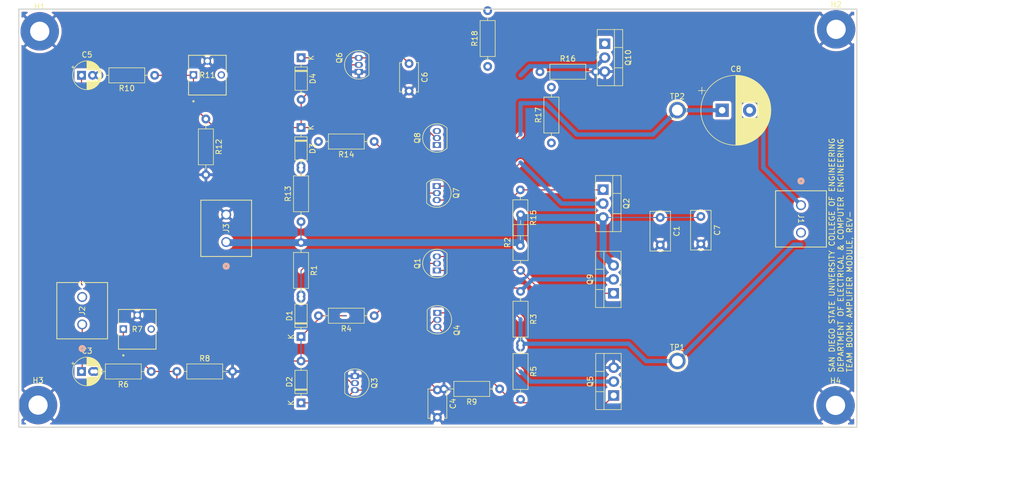
<source format=kicad_pcb>
(kicad_pcb (version 20240108) (generator "pcbnew") (generator_version "8.0")
  (title_block (title "Amplifier PCB") (date "2024-09-08") (rev "-") (company "Team BOOM"))
  (layers (0 "F.Cu" signal) (31 "B.Cu" signal) (34 "B.Paste" user) (35 "F.Paste" user) (36 "B.SilkS" user "B.Silkscreen") (37 "F.SilkS" user "F.Silkscreen") (38 "B.Mask" user) (39 "F.Mask" user) (44 "Edge.Cuts" user))
  (net 0 "")
  (net 1 "Net-(C8-Pad1)")
  (net 2 "Net-(Q10-C)")
  (net 3 "Net-(Q2-C)")
  (net 4 "GND")
  (net 5 "Net-(Q10-B)")
  (net 6 "Net-(D3-K)")
  (net 7 "/18V")
  (net 8 "Net-(D3-A)")
  (net 9 "Net-(C5-Pad2)")
  (net 10 "Net-(Q4-C)")
  (net 11 "Net-(D1-K)")
  (net 12 "Net-(C3-Pad2)")
  (net 13 "Net-(Q4-E)")
  (net 14 "Net-(D1-A)")
  (net 15 "Net-(Q1-C)")
  (net 16 "Net-(Q1-E)")
  (net 17 "Net-(Q2-B)")
  (net 18 "Net-(D4-K)")
  (net 19 "Net-(D2-K)")
  (net 20 "Net-(J2-Pin_2)")
  (net 21 "Net-(J2-Pin_1)")
  (net 22 "Net-(J1-Pin_2)")
  (net 23 "Net-(J1-Pin_1)")
  (footprint "Resistor_THT:R_Axial_DIN0207_L6.3mm_D2.5mm_P10.16mm_Horizontal" (layer "F.Cu") (at 67.26 128.665)
    (property "Reference" "R8" (at 5.08 -2.37 0) (layer "F.SilkS"))
    (property "Value" "1.3k")
    (pad "1" thru_hole circle (at 0 0) (size 1.6 1.6) (drill 0.8) (layers "*.Cu" "*.Mask") (net 11 "Net-(D1-K)"))
    (pad "2" thru_hole oval (at 10.16 0) (size 1.6 1.6) (drill 0.8) (layers "*.Cu" "*.Mask") (net 4 "GND"))
  )
  (footprint "Resistor_THT:R_Axial_DIN0207_L6.3mm_D2.5mm_P10.16mm_Horizontal" (layer "F.Cu") (at 103.2208 86.7598 180)
    (property "Reference" "R14" (at 5.08 -2.37 180) (layer "F.SilkS"))
    (property "Value" "12k")
    (pad "1" thru_hole circle (at 0 0 180) (size 1.6 1.6) (drill 0.8) (layers "*.Cu" "*.Mask") (net 1 "Net-(C8-Pad1)"))
    (pad "2" thru_hole oval (at 10.16 0 180) (size 1.6 1.6) (drill 0.8) (layers "*.Cu" "*.Mask") (net 6 "Net-(D3-K)"))
  )
  (footprint "TestPoint:TestPoint_Plated_Hole_D2.0mm" (layer "F.Cu") (at 158.4658 126.7648)
    (property "Reference" "TP1" (at 0 -2.498 0) (layer "F.SilkS"))
    (property "Value" "TestPoint")
    (pad "1" thru_hole circle (at 0 0) (size 3 3) (drill 2) (layers "*.Cu" "*.Mask") (net 22 "Net-(J1-Pin_2)"))
  )
  (footprint "Resistor_THT:R_Axial_DIN0207_L6.3mm_D2.5mm_P10.16mm_Horizontal" (layer "F.Cu") (at 72.5424 82.6516 -90)
    (property "Reference" "R12" (at 5.08 -2.37 -90) (layer "F.SilkS"))
    (property "Value" "1.3k")
    (pad "1" thru_hole circle (at 0 0 270) (size 1.6 1.6) (drill 0.8) (layers "*.Cu" "*.Mask") (net 6 "Net-(D3-K)"))
    (pad "2" thru_hole oval (at 10.16 0 270) (size 1.6 1.6) (drill 0.8) (layers "*.Cu" "*.Mask") (net 4 "GND"))
  )
  (footprint "Capacitor_THT:C_Rect_L7.0mm_W3.5mm_P5.00mm" (layer "F.Cu") (at 155.3464 100.598001 -90)
    (property "Reference" "C1" (at 2.5 -3 -90) (layer "F.SilkS"))
    (property "Value" "0.22Uf")
    (pad "1" thru_hole circle (at 0 0 270) (size 1.6 1.6) (drill 0.8) (layers "*.Cu" "*.Mask") (net 7 "/18V"))
    (pad "2" thru_hole circle (at 5 0 270) (size 1.6 1.6) (drill 0.8) (layers "*.Cu" "*.Mask") (net 4 "GND"))
  )
  (footprint "MountingHole:MountingHole_3.5mm_Pad" (layer "F.Cu") (at 42.2656 66.675)
    (property "Reference" "H1" (at 0 -4.5 0) (layer "F.SilkS"))
    (property "Value" "MountingHole_Pad")
    (pad "1" thru_hole circle (at 0 0) (size 7 7) (drill 3.5) (layers "*.Cu" "*.Mask") (net 4 "GND"))
  )
  (footprint "MountingHole:MountingHole_3.5mm_Pad" (layer "F.Cu") (at 41.9608 134.7978)
    (property "Reference" "H3" (at 0 -4.5 0) (layer "F.SilkS"))
    (property "Value" "MountingHole_Pad")
    (pad "1" thru_hole circle (at 0 0) (size 7 7) (drill 3.5) (layers "*.Cu" "*.Mask") (net 4 "GND"))
  )
  (footprint "Resistor_THT:R_Axial_DIN0207_L6.3mm_D2.5mm_P10.16mm_Horizontal" (layer "F.Cu") (at 129.85 95.575 -90)
    (property "Reference" "R15" (at 5.08 -2.37 -90) (layer "F.SilkS"))
    (property "Value" "10k")
    (pad "1" thru_hole circle (at 0 0 270) (size 1.6 1.6) (drill 0.8) (layers "*.Cu" "*.Mask") (net 17 "Net-(Q2-B)"))
    (pad "2" thru_hole oval (at 10.16 0 270) (size 1.6 1.6) (drill 0.8) (layers "*.Cu" "*.Mask") (net 7 "/18V"))
  )
  (footprint "Custom_Footprints:CONN_1935776_PXC" (layer "F.Cu") (at 76.2508 105.0798 90)
    (property "Reference" "J3" (at 2.5 0 90) (layer "F.SilkS"))
    (property "Value" "Power Input")
    (pad "1" thru_hole circle (at 0 0 90) (size 1.8034 1.8034) (drill 1.2954) (layers "*.Cu" "*.Mask") (net 7 "/18V"))
    (pad "2" thru_hole circle (at 5 0 90) (size 1.8034 1.8034) (drill 1.2954) (layers "*.Cu" "*.Mask") (net 4 "GND"))
  )
  (footprint "MountingHole:MountingHole_3.5mm_Pad" (layer "F.Cu") (at 187.2996 134.8486)
    (property "Reference" "H4" (at 0 -4.5 0) (layer "F.SilkS"))
    (property "Value" "MountingHole_Pad")
    (pad "1" thru_hole circle (at 0 0) (size 7 7) (drill 3.5) (layers "*.Cu" "*.Mask") (net 4 "GND"))
  )
  (footprint "MountingHole:MountingHole_3.5mm_Pad" (layer "F.Cu") (at 187.4012 66.3194)
    (property "Reference" "H2" (at 0 -4.5 0) (layer "F.SilkS"))
    (property "Value" "MountingHole_Pad")
    (pad "1" thru_hole circle (at 0 0) (size 7 7) (drill 3.5) (layers "*.Cu" "*.Mask") (net 4 "GND"))
  )
  (footprint "Resistor_THT:R_Axial_DIN0207_L6.3mm_D2.5mm_P10.16mm_Horizontal" (layer "F.Cu") (at 129.8908 114.0648 -90)
    (property "Reference" "R3" (at 5.08 -2.37 -90) (layer "F.SilkS"))
    (property "Value" "0.22")
    (pad "1" thru_hole circle (at 0 0 270) (size 1.6 1.6) (drill 0.8) (layers "*.Cu" "*.Mask") (net 16 "Net-(Q1-E)"))
    (pad "2" thru_hole oval (at 10.16 0 270) (size 1.6 1.6) (drill 0.8) (layers "*.Cu" "*.Mask") (net 22 "Net-(J1-Pin_2)"))
  )
  (footprint "Capacitor_THT:CP_Radial_D5.0mm_P2.00mm" (layer "F.Cu") (at 49.8808 128.6698)
    (property "Reference" "C3" (at 1 -3.75 0) (layer "F.SilkS"))
    (property "Value" "1Uf")
    (pad "1" thru_hole rect (at 0 0) (size 1.6 1.6) (drill 0.8) (layers "*.Cu" "*.Mask") (net 21 "Net-(J2-Pin_1)"))
    (pad "2" thru_hole circle (at 2 0) (size 1.6 1.6) (drill 0.8) (layers "*.Cu" "*.Mask") (net 12 "Net-(C3-Pad2)"))
  )
  (footprint "Package_TO_SOT_THT:TO-220-3_Vertical" (layer "F.Cu") (at 146.8374 114.427 90)
    (property "Reference" "Q9" (at 2.54 -4.27 90) (layer "F.SilkS"))
    (property "Value" "QD45H8G")
    (pad "1" thru_hole rect (at 0 0 90) (size 1.905 2) (drill 1.1) (layers "*.Cu" "*.Mask") (net 15 "Net-(Q1-C)"))
    (pad "2" thru_hole oval (at 2.54 0 90) (size 1.905 2) (drill 1.1) (layers "*.Cu" "*.Mask") (net 16 "Net-(Q1-E)"))
    (pad "3" thru_hole oval (at 5.08 0 90) (size 1.905 2) (drill 1.1) (layers "*.Cu" "*.Mask") (net 7 "/18V"))
  )
  (footprint "Custom_Footprints:POT_3362P" (layer "F.Cu") (at 70.2808 74.6298)
    (property "Reference" "R11" (at 2.54 0.0381 0) (layer "F.SilkS"))
    (property "Value" "R_Variable")
    (pad "1" thru_hole rect (at 0 0) (size 1.3462 1.3462) (drill 0.8382) (layers "*.Cu" "*.Mask") (net 6 "Net-(D3-K)"))
    (pad "2" thru_hole circle (at 2.54 -2.54) (size 1.3462 1.3462) (drill 0.8382) (layers "*.Cu" "*.Mask") (net 4 "GND"))
    (pad "3" thru_hole circle (at 5.08 0) (size 1.3462 1.3462) (drill 0.8382) (layers "*.Cu" "*.Mask"))
  )
  (footprint "Resistor_THT:R_Axial_DIN0207_L6.3mm_D2.5mm_P10.16mm_Horizontal" (layer "F.Cu") (at 129.8908 110.2548 90)
    (property "Reference" "R2" (at 5.08 -2.37 90) (layer "F.SilkS"))
    (property "Value" "10k")
    (pad "1" thru_hole circle (at 0 0 90) (size 1.6 1.6) (drill 0.8) (layers "*.Cu" "*.Mask") (net 15 "Net-(Q1-C)"))
    (pad "2" thru_hole oval (at 10.16 0 90) (size 1.6 1.6) (drill 0.8) (layers "*.Cu" "*.Mask") (net 7 "/18V"))
  )
  (footprint "Capacitor_THT:CP_Radial_D5.0mm_P2.00mm" (layer "F.Cu") (at 49.8808 74.6948)
    (property "Reference" "C5" (at 1 -3.75 0) (layer "F.SilkS"))
    (property "Value" "1Uf")
    (pad "1" thru_hole rect (at 0 0) (size 1.6 1.6) (drill 0.8) (layers "*.Cu" "*.Mask") (net 20 "Net-(J2-Pin_2)"))
    (pad "2" thru_hole circle (at 2 0) (size 1.6 1.6) (drill 0.8) (layers "*.Cu" "*.Mask") (net 9 "Net-(C5-Pad2)"))
  )
  (footprint "Package_TO_SOT_THT:TO-92_Inline" (layer "F.Cu") (at 100.4058 74.0598 90)
    (property "Reference" "Q6" (at 2.54 -3.535 90) (layer "F.SilkS"))
    (property "Value" "2N3904")
    (pad "1" thru_hole rect (at 0 0 90) (size 1.05 1.5) (drill 0.75) (layers "*.Cu" "*.Mask") (net 4 "GND"))
    (pad "2" thru_hole oval (at 1.27 0 90) (size 1.05 1.5) (drill 0.75) (layers "*.Cu" "*.Mask") (net 6 "Net-(D3-K)"))
    (pad "3" thru_hole oval (at 2.54 0 90) (size 1.05 1.5) (drill 0.75) (layers "*.Cu" "*.Mask") (net 18 "Net-(D4-K)"))
  )
  (footprint "Diode_THT:D_DO-35_SOD27_P7.62mm_Horizontal" (layer "F.Cu") (at 89.8858 84.2198 -90)
    (property "Reference" "D3" (at 3.81 -2.12 90) (layer "F.SilkS"))
    (property "Value" "1N4148")
    (fp_text user "K" (at 0 -1.8 90) (layer "F.SilkS"))
    (pad "1" thru_hole rect (at 0 0 270) (size 1.6 1.6) (drill 0.8) (layers "*.Cu" "*.Mask") (net 6 "Net-(D3-K)"))
    (pad "2" thru_hole oval (at 7.62 0 270) (size 1.6 1.6) (drill 0.8) (layers "*.Cu" "*.Mask") (net 8 "Net-(D3-A)"))
  )
  (footprint "Capacitor_THT:C_Disc_D5.1mm_W3.2mm_P5.00mm" (layer "F.Cu") (at 109.5708 72.5598 -90)
    (property "Reference" "C6" (at 2.5 -2.85 -90) (layer "F.SilkS"))
    (property "Value" "1nF")
    (pad "1" thru_hole circle (at 0 0 270) (size 1.6 1.6) (drill 0.8) (layers "*.Cu" "*.Mask") (net 18 "Net-(D4-K)"))
    (pad "2" thru_hole circle (at 5 0 270) (size 1.6 1.6) (drill 0.8) (layers "*.Cu" "*.Mask") (net 4 "GND"))
  )
  (footprint "Resistor_THT:R_Axial_DIN0207_L6.3mm_D2.5mm_P10.16mm_Horizontal" (layer "F.Cu") (at 63.2158 74.6948 180)
    (property "Reference" "R10" (at 5.08 -2.37 180) (layer "F.SilkS"))
    (property "Value" "4.7k")
    (pad "1" thru_hole circle (at 0 0 180) (size 1.6 1.6) (drill 0.8) (layers "*.Cu" "*.Mask") (net 6 "Net-(D3-K)"))
    (pad "2" thru_hole oval (at 10.16 0 180) (size 1.6 1.6) (drill 0.8) (layers "*.Cu" "*.Mask") (net 9 "Net-(C5-Pad2)"))
  )
  (footprint "Package_TO_SOT_THT:TO-220-3_Vertical" (layer "F.Cu") (at 146.8628 133.0452 90)
    (property "Reference" "Q5" (at 2.54 -4.27 90) (layer "F.SilkS"))
    (property "Value" "QD44H8G")
    (pad "1" thru_hole rect (at 0 0 90) (size 1.905 2) (drill 1.1) (layers "*.Cu" "*.Mask") (net 10 "Net-(Q4-C)"))
    (pad "2" thru_hole oval (at 2.54 0 90) (size 1.905 2) (drill 1.1) (layers "*.Cu" "*.Mask") (net 13 "Net-(Q4-E)"))
    (pad "3" thru_hole oval (at 5.08 0 90) (size 1.905 2) (drill 1.1) (layers "*.Cu" "*.Mask") (net 4 "GND"))
  )
  (footprint "Capacitor_THT:C_Disc_D5.1mm_W3.2mm_P5.00mm" (layer "F.Cu") (at 114.7318 132.0292 -90)
    (property "Reference" "C4" (at 2.5 -2.85 -90) (layer "F.SilkS"))
    (property "Value" "1nF")
    (pad "1" thru_hole circle (at 0 0 270) (size 1.6 1.6) (drill 0.8) (layers "*.Cu" "*.Mask") (net 19 "Net-(D2-K)"))
    (pad "2" thru_hole circle (at 5 0 270) (size 1.6 1.6) (drill 0.8) (layers "*.Cu" "*.Mask") (net 4 "GND"))
  )
  (footprint "Resistor_THT:R_Axial_DIN0207_L6.3mm_D2.5mm_P10.16mm_Horizontal" (layer "F.Cu") (at 62.5808 128.6698 180)
    (property "Reference" "R6" (at 5.08 -2.37 180) (layer "F.SilkS"))
    (property "Value" "4.7k")
    (pad "1" thru_hole circle (at 0 0 180) (size 1.6 1.6) (drill 0.8) (layers "*.Cu" "*.Mask") (net 11 "Net-(D1-K)"))
    (pad "2" thru_hole oval (at 10.16 0 180) (size 1.6 1.6) (drill 0.8) (layers "*.Cu" "*.Mask") (net 12 "Net-(C3-Pad2)"))
  )
  (footprint "Package_TO_SOT_THT:TO-220-3_Vertical" (layer "F.Cu") (at 145.2372 68.9356 -90)
    (property "Reference" "Q10" (at 2.54 -4.27 90) (layer "F.SilkS"))
    (property "Value" "QD44H8G")
    (pad "1" thru_hole rect (at 0 0 270) (size 1.905 2) (drill 1.1) (layers "*.Cu" "*.Mask") (net 5 "Net-(Q10-B)"))
    (pad "2" thru_hole oval (at 2.54 0 270) (size 1.905 2) (drill 1.1) (layers "*.Cu" "*.Mask") (net 2 "Net-(Q10-C)"))
    (pad "3" thru_hole oval (at 5.08 0 270) (size 1.905 2) (drill 1.1) (layers "*.Cu" "*.Mask") (net 4 "GND"))
  )
  (footprint "Capacitor_THT:C_Rect_L7.0mm_W3.5mm_P5.00mm" (layer "F.Cu") (at 162.7456 100.418201 -90)
    (property "Reference" "C7" (at 2.5 -3 -90) (layer "F.SilkS"))
    (property "Value" "0.22Uf")
    (pad "1" thru_hole circle (at 0 0 270) (size 1.6 1.6) (drill 0.8) (layers "*.Cu" "*.Mask") (net 7 "/18V"))
    (pad "2" thru_hole circle (at 5 0 270) (size 1.6 1.6) (drill 0.8) (layers "*.Cu" "*.Mask") (net 4 "GND"))
  )
  (footprint "Resistor_THT:R_Axial_DIN0207_L6.3mm_D2.5mm_P10.16mm_Horizontal" (layer "F.Cu") (at 133.4262 74.041)
    (property "Reference" "R16" (at 5.08 -2.37 0) (layer "F.SilkS"))
    (property "Value" "10k")
    (pad "1" thru_hole circle (at 0 0) (size 1.6 1.6) (drill 0.8) (layers "*.Cu" "*.Mask") (net 5 "Net-(Q10-B)"))
    (pad "2" thru_hole oval (at 10.16 0) (size 1.6 1.6) (drill 0.8) (layers "*.Cu" "*.Mask") (net 4 "GND"))
  )
  (footprint "Diode_THT:D_DO-35_SOD27_P7.62mm_Horizontal" (layer "F.Cu") (at 89.8858 122.3198 90)
    (property "Reference" "D1" (at 3.81 -2.12 90) (layer "F.SilkS"))
    (property "Value" "1N4148")
    (fp_text user "K" (at 0 -1.8 90) (layer "F.SilkS"))
    (pad "1" thru_hole rect (at 0 0 90) (size 1.6 1.6) (drill 0.8) (layers "*.Cu" "*.Mask") (net 11 "Net-(D1-K)"))
    (pad "2" thru_hole oval (at 7.62 0 90) (size 1.6 1.6) (drill 0.8) (layers "*.Cu" "*.Mask") (net 14 "Net-(D1-A)"))
  )
  (footprint "Resistor_THT:R_Axial_DIN0207_L6.3mm_D2.5mm_P10.16mm_Horizontal" (layer "F.Cu") (at 126.0808 131.8448 180)
    (property "Reference" "R9" (at 5.08 -2.37 180) (layer "F.SilkS"))
    (property "Value" "10k")
    (pad "1" thru_hole circle (at 0 0 180) (size 1.6 1.6) (drill 0.8) (layers "*.Cu" "*.Mask") (net 10 "Net-(Q4-C)"))
    (pad "2" thru_hole oval (at 10.16 0 180) (size 1.6 1.6) (drill 0.8) (layers "*.Cu" "*.Mask") (net 4 "GND"))
  )
  (footprint "Custom_Footprints:CONN_1935776_PXC" (layer "F.Cu") (at 181 98.365 -90)
    (property "Reference" "J1" (at 2.5 0 -90) (layer "F.SilkS"))
    (property "Value" "Speaker")
    (pad "1" thru_hole circle (at 0 0 270) (size 1.8034 1.8034) (drill 1.2954) (layers "*.Cu" "*.Mask") (net 23 "Net-(J1-Pin_1)"))
    (pad "2" thru_hole circle (at 5 0 270) (size 1.8034 1.8034) (drill 1.2954) (layers "*.Cu" "*.Mask") (net 22 "Net-(J1-Pin_2)"))
  )
  (footprint "Package_TO_SOT_THT:TO-92_Inline" (layer "F.Cu") (at 114.6508 87.3948 90)
    (property "Reference" "Q8" (at 1.27 -3.56 90) (layer "F.SilkS"))
    (property "Value" "2N3906")
    (pad "1" thru_hole rect (at 0 0 90) (size 1.05 1.5) (drill 0.75) (layers "*.Cu" "*.Mask") (net 2 "Net-(Q10-C)"))
    (pad "2" thru_hole oval (at 1.27 0 90) (size 1.05 1.5) (drill 0.75) (layers "*.Cu" "*.Mask") (net 18 "Net-(D4-K)"))
    (pad "3" thru_hole oval (at 2.54 0 90) (size 1.05 1.5) (drill 0.75) (layers "*.Cu" "*.Mask") (net 5 "Net-(Q10-B)"))
  )
  (footprint "Resistor_THT:R_Axial_DIN0207_L6.3mm_D2.5mm_P10.16mm_Horizontal" (layer "F.Cu") (at 123.9012 73.0758 90)
    (property "Reference" "R18" (at 5.08 -2.37 90) (layer "F.SilkS"))
    (property "Value" "0.22")
    (pad "1" thru_hole circle (at 0 0 90) (size 1.6 1.6) (drill 0.8) (layers "*.Cu" "*.Mask") (net 1 "Net-(C8-Pad1)"))
    (pad "2" thru_hole oval (at 10.16 0 90) (size 1.6 1.6) (drill 0.8) (layers "*.Cu" "*.Mask") (net 2 "Net-(Q10-C)"))
  )
  (footprint "Custom_Footprints:POT_3362P" (layer "F.Cu") (at 57.5 120.94)
    (property "Reference" "R7" (at 2.54 0.0381 0) (layer "F.SilkS"))
    (property "Value" "R_Variable")
    (pad "1" thru_hole rect (at 0 0) (size 1.3462 1.3462) (drill 0.8382) (layers "*.Cu" "*.Mask") (net 11 "Net-(D1-K)"))
    (pad "2" thru_hole circle (at 2.54 -2.54) (size 1.3462 1.3462) (drill 0.8382) (layers "*.Cu" "*.Mask") (net 4 "GND"))
    (pad "3" thru_hole circle (at 5.08 0) (size 1.3462 1.3462) (drill 0.8382) (layers "*.Cu" "*.Mask"))
  )
  (footprint "Package_TO_SOT_THT:TO-92_Inline" (layer "F.Cu") (at 114.6508 110.2548 90)
    (property "Reference" "Q1" (at 1.27 -3.56 90) (layer "F.SilkS"))
    (property "Value" "2N3904")
    (pad "1" thru_hole rect (at 0 0 90) (size 1.05 1.5) (drill 0.75) (layers "*.Cu" "*.Mask") (net 16 "Net-(Q1-E)"))
    (pad "2" thru_hole oval (at 1.27 0 90) (size 1.05 1.5) (drill 0.75) (layers "*.Cu" "*.Mask") (net 14 "Net-(D1-A)"))
    (pad "3" thru_hole oval (at 2.54 0 90) (size 1.05 1.5) (drill 0.75) (layers "*.Cu" "*.Mask") (net 15 "Net-(Q1-C)"))
  )
  (footprint "Resistor_THT:R_Axial_DIN0207_L6.3mm_D2.5mm_P10.16mm_Horizontal" (layer "F.Cu") (at 135.509 87.0204 90)
    (property "Reference" "R17" (at 5.08 -2.37 90) (layer "F.SilkS"))
    (property "Value" "0.22")
    (pad "1" thru_hole circle (at 0 0 90) (size 1.6 1.6) (drill 0.8) (layers "*.Cu" "*.Mask") (net 3 "Net-(Q2-C)"))
    (pad "2" thru_hole oval (at 10.16 0 90) (size 1.6 1.6) (drill 0.8) (layers "*.Cu" "*.Mask") (net 1 "Net-(C8-Pad1)"))
  )
  (footprint "TestPoint:TestPoint_Plated_Hole_D2.0mm" (layer "F.Cu") (at 158.4658 81.0448)
    (property "Reference" "TP2" (at 0 -2.498 0) (layer "F.SilkS"))
    (property "Value" "TestPoint")
    (pad "1" thru_hole circle (at 0 0) (size 3 3) (drill 2) (layers "*.Cu" "*.Mask") (net 1 "Net-(C8-Pad1)"))
  )
  (footprint "Resistor_THT:R_Axial_DIN0207_L6.3mm_D2.5mm_P10.16mm_Horizontal" (layer "F.Cu") (at 89.8858 105.1748 -90)
    (property "Reference" "R1" (at 5.08 -2.37 -90) (layer "F.SilkS"))
    (property "Value" "4.7k")
    (pad "1" thru_hole circle (at 0 0 270) (size 1.6 1.6) (drill 0.8) (layers "*.Cu" "*.Mask") (net 7 "/18V"))
    (pad "2" thru_hole oval (at 10.16 0 270) (size 1.6 1.6) (drill 0.8) (layers "*.Cu" "*.Mask") (net 14 "Net-(D1-A)"))
  )
  (footprint "Package_TO_SOT_THT:TO-92_Inline" (layer "F.Cu") (at 114.6258 94.8944 -90)
    (property "Reference" "Q7" (at 1.27 -3.56 90) (layer "F.SilkS"))
    (property "Value" "2N3904")
    (pad "1" thru_hole rect (at 0 0 270) (size 1.05 1.5) (drill 0.75) (layers "*.Cu" "*.Mask") (net 3 "Net-(Q2-C)"))
    (pad "2" thru_hole oval (at 1.27 0 270) (size 1.05 1.5) (drill 0.75) (layers "*.Cu" "*.Mask") (net 8 "Net-(D3-A)"))
    (pad "3" thru_hole oval (at 2.54 0 270) (size 1.05 1.5) (drill 0.75) (layers "*.Cu" "*.Mask") (net 17 "Net-(Q2-B)"))
  )
  (footprint "Custom_Footprints:CONN_1935776_PXC" (layer "F.Cu") (at 50.0078 120.0964 90)
    (property "Reference" "J2" (at 2.5 0 90) (layer "F.SilkS"))
    (property "Value" "Input Terminals")
    (pad "1" thru_hole circle (at 0 0 90) (size 1.8034 1.8034) (drill 1.2954) (layers "*.Cu" "*.Mask") (net 21 "Net-(J2-Pin_1)"))
    (pad "2" thru_hole circle (at 5 0 90) (size 1.8034 1.8034) (drill 1.2954) (layers "*.Cu" "*.Mask") (net 20 "Net-(J2-Pin_2)"))
  )
  (footprint "Diode_THT:D_DO-35_SOD27_P7.62mm_Horizontal" (layer "F.Cu") (at 89.9112 71.4944 -90)
    (property "Reference" "D4" (at 3.81 -2.12 90) (layer "F.SilkS"))
    (property "Value" "1N4148")
    (fp_text user "K" (at 0 -1.8 90) (layer "F.SilkS"))
    (pad "1" thru_hole rect (at 0 0 270) (size 1.6 1.6) (drill 0.8) (layers "*.Cu" "*.Mask") (net 18 "Net-(D4-K)"))
    (pad "2" thru_hole oval (at 7.62 0 270) (size 1.6 1.6) (drill 0.8) (layers "*.Cu" "*.Mask") (net 6 "Net-(D3-K)"))
  )
  (footprint "Package_TO_SOT_THT:TO-92_Inline" (layer "F.Cu") (at 99.7 129.525 -90)
    (property "Reference" "Q3" (at 1.27 -3.56 90) (layer "F.SilkS"))
    (property "Value" "2N3904")
    (pad "1" thru_hole rect (at 0 0 270) (size 1.05 1.5) (drill 0.75) (layers "*.Cu" "*.Mask") (net 4 "GND"))
    (pad "2" thru_hole oval (at 1.27 0 270) (size 1.05 1.5) (drill 0.75) (layers "*.Cu" "*.Mask") (net 11 "Net-(D1-K)"))
    (pad "3" thru_hole oval (at 2.54 0 270) (size 1.05 1.5) (drill 0.75) (layers "*.Cu" "*.Mask") (net 19 "Net-(D2-K)"))
  )
  (footprint "Capacitor_THT:CP_Radial_D12.5mm_P5.00mm" (layer "F.Cu") (at 166.626041 81.065)
    (property "Reference" "C8" (at 2.5 -7.5 0) (layer "F.SilkS"))
    (property "Value" "1000uF")
    (pad "1" thru_hole rect (at 0 0) (size 2.4 2.4) (drill 1.2) (layers "*.Cu" "*.Mask") (net 1 "Net-(C8-Pad1)"))
    (pad "2" thru_hole circle (at 5 0) (size 2.4 2.4) (drill 1.2) (layers "*.Cu" "*.Mask") (net 23 "Net-(J1-Pin_1)"))
  )
  (footprint "Package_TO_SOT_THT:TO-92_Inline" (layer "F.Cu") (at 114.7274 117.983 -90)
    (property "Reference" "Q4" (at 3.175 -3.56 90) (layer "F.SilkS"))
    (property "Value" "2N3906")
    (pad "1" thru_hole rect (at 0 0 270) (size 1.05 1.5) (drill 0.75) (layers "*.Cu" "*.Mask") (net 13 "Net-(Q4-E)"))
    (pad "2" thru_hole oval (at 1.27 0 270) (size 1.05 1.5) (drill 0.75) (layers "*.Cu" "*.Mask") (net 19 "Net-(D2-K)"))
    (pad "3" thru_hole oval (at 2.54 0 270) (size 1.05 1.5) (drill 0.75) (layers "*.Cu" "*.Mask") (net 10 "Net-(Q4-C)"))
  )
  (footprint "Resistor_THT:R_Axial_DIN0207_L6.3mm_D2.5mm_P10.16mm_Horizontal" (layer "F.Cu") (at 89.8858 101.3648 90)
    (property "Reference" "R13" (at 5.08 -2.37 90) (layer "F.SilkS"))
    (property "Value" "4.7k")
    (pad "1" thru_hole circle (at 0 0 90) (size 1.6 1.6) (drill 0.8) (layers "*.Cu" "*.Mask") (net 7 "/18V"))
    (pad "2" thru_hole oval (at 10.16 0 90) (size 1.6 1.6) (drill 0.8) (layers "*.Cu" "*.Mask") (net 8 "Net-(D3-A)"))
  )
  (footprint "Resistor_THT:R_Axial_DIN0207_L6.3mm_D2.5mm_P10.16mm_Horizontal" (layer "F.Cu") (at 129.8908 123.5898 -90)
    (property "Reference" "R5" (at 5.08 -2.37 -90) (layer "F.SilkS"))
    (property "Value" "0.22")
    (pad "1" thru_hole circle (at 0 0 270) (size 1.6 1.6) (drill 0.8) (layers "*.Cu" "*.Mask") (net 22 "Net-(J1-Pin_2)"))
    (pad "2" thru_hole oval (at 10.16 0 270) (size 1.6 1.6) (drill 0.8) (layers "*.Cu" "*.Mask") (net 13 "Net-(Q4-E)"))
  )
  (footprint "Resistor_THT:R_Axial_DIN0207_L6.3mm_D2.5mm_P10.16mm_Horizontal" (layer "F.Cu") (at 103.2208 118.5098 180)
    (property "Reference" "R4" (at 5.08 -2.37 180) (layer "F.SilkS"))
    (property "Value" "12k")
    (pad "1" thru_hole circle (at 0 0 180) (size 1.6 1.6) (drill 0.8) (layers "*.Cu" "*.Mask") (net 22 "Net-(J1-Pin_2)"))
    (pad "2" thru_hole oval (at 10.16 0 180) (size 1.6 1.6) (drill 0.8) (layers "*.Cu" "*.Mask") (net 11 "Net-(D1-K)"))
  )
  (footprint "Diode_THT:D_DO-35_SOD27_P7.62mm_Horizontal" (layer "F.Cu") (at 89.8858 134.3848 90)
    (property "Reference" "D2" (at 3.81 -2.12 90) (layer "F.SilkS"))
    (property "Value" "1N4148")
    (fp_text user "K" (at 0 -1.8 90) (layer "F.SilkS"))
    (pad "1" thru_hole rect (at 0 0 90) (size 1.6 1.6) (drill 0.8) (layers "*.Cu" "*.Mask") (net 19 "Net-(D2-K)"))
    (pad "2" thru_hole oval (at 7.62 0 90) (size 1.6 1.6) (drill 0.8) (layers "*.Cu" "*.Mask") (net 11 "Net-(D1-K)"))
  )
  (footprint "Package_TO_SOT_THT:TO-220-3_Vertical" (layer "F.Cu") (at 144.9324 95.5294 -90)
    (property "Reference" "Q2" (at 2.54 -4.27 90) (layer "F.SilkS"))
    (property "Value" "QD45H8G")
    (pad "1" thru_hole rect (at 0 0 270) (size 1.905 2) (drill 1.1) (layers "*.Cu" "*.Mask") (net 17 "Net-(Q2-B)"))
    (pad "2" thru_hole oval (at 2.54 0 270) (size 1.905 2) (drill 1.1) (layers "*.Cu" "*.Mask") (net 3 "Net-(Q2-C)"))
    (pad "3" thru_hole oval (at 5.08 0 270) (size 1.905 2) (drill 1.1) (layers "*.Cu" "*.Mask") (net 7 "/18V"))
  )
  (gr_rect (start 38.4508 62.6298) (end 191.1808 138.8298) (stroke (width 0.2)) (fill none) (layer "Edge.Cuts"))
  (gr_text "SAN DIEGO STATE UNIVERSITY COLLEGE OF ENGINEERING\nDEPARTMENT OF ELECTRICAL & COMPUTER ENGINEERING\nTEAM BOOM: AMPLIFIER MODULE, REV-" (at 190.44 128.905 90) (layer "F.SilkS") (effects (font (size 1 1)) (justify left bottom)))
  (segment (start 125.4156 89.965) (end 129.8908 85.4898) (width 0.2) (layer "F.Cu") (net 1))
  (segment (start 103.2208 86.7598) (end 106.426 89.965) (width 0.2) (layer "F.Cu") (net 1))
  (segment (start 106.426 89.965) (end 125.4156 89.965) (width 0.2) (layer "F.Cu") (net 1))
  (segment (start 158.4658 81.0448) (end 154.0208 85.4898) (width 0.762) (layer "B.Cu") (net 1))
  (segment (start 158.486 81.065) (end 158.4658 81.0448) (width 0.762) (layer "B.Cu") (net 1))
  (segment (start 129.8908 79.7748) (end 129.8908 85.4898) (width 0.762) (layer "B.Cu") (net 1))
  (segment (start 154.0208 85.4898) (end 140.1524 85.4898) (width 0.762) (layer "B.Cu") (net 1))
  (segment (start 140.1524 85.4898) (end 134.4374 79.7748) (width 0.762) (layer "B.Cu") (net 1))
  (segment (start 166.626041 81.065) (end 158.486 81.065) (width 0.762) (layer "B.Cu") (net 1))
  (segment (start 134.4374 79.7748) (end 129.8908 79.7748) (width 0.762) (layer "B.Cu") (net 1))
  (segment (start 143.6624 73.0504) (end 131.5352 73.0504) (width 0.762) (layer "B.Cu") (net 2))
  (segment (start 145.2372 71.4756) (end 143.6624 73.0504) (width 0.762) (layer "B.Cu") (net 2))
  (segment (start 131.5352 73.0504) (end 129.8908 74.6948) (width 0.762) (layer "B.Cu") (net 2))
  (segment (start 125.5662 94.8944) (end 114.6258 94.8944) (width 0.2) (layer "F.Cu") (net 3))
  (segment (start 145.4368 98.9838) (end 145.4408 98.9798) (width 0.2) (layer "F.Cu") (net 3))
  (segment (start 129.8908 90.5698) (end 125.5662 94.8944) (width 0.2) (layer "F.Cu") (net 3))
  (segment (start 137.3904 98.0694) (end 144.9324 98.0694) (width 0.762) (layer "B.Cu") (net 3))
  (segment (start 129.8908 90.5698) (end 137.3904 98.0694) (width 0.762) (layer "B.Cu") (net 3))
  (segment (start 100.4058 74.9698) (end 100.4058 74.0598) (width 0.2) (layer "B.Cu") (net 4))
  (segment (start 100.4058 74.0598) (end 100.6808 74.0598) (width 0.2) (layer "B.Cu") (net 4))
  (segment (start 100.6808 74.0598) (end 100.9108 74.2898) (width 0.2) (layer "B.Cu") (net 4))
  (segment (start 89.8858 84.2198) (end 74.1106 84.2198) (width 0.2) (layer "F.Cu") (net 6))
  (segment (start 89.8858 84.2198) (end 95.6008 84.2198) (width 0.2) (layer "F.Cu") (net 6))
  (segment (start 89.9112 84.1944) (end 89.8858 84.2198) (width 0.2) (layer "F.Cu") (net 6))
  (segment (start 74.1106 84.2198) (end 72.5424 82.6516) (width 0.2) (layer "F.Cu") (net 6))
  (segment (start 89.9112 79.1144) (end 89.9112 84.1944) (width 0.2) (layer "F.Cu") (net 6))
  (segment (start 70.2158 74.6948) (end 70.2808 74.6298) (width 0.2) (layer "F.Cu") (net 6))
  (segment (start 100.4058 72.7898) (end 96.2358 72.7898) (width 0.2) (layer "F.Cu") (net 6))
  (segment (start 96.2358 72.7898) (end 89.9112 79.1144) (width 0.2) (layer "F.Cu") (net 6))
  (segment (start 95.6008 84.2198) (end 98.1408 86.7598) (width 0.2) (layer "F.Cu") (net 6))
  (segment (start 63.2158 74.6948) (end 70.2158 74.6948) (width 0.2) (layer "F.Cu") (net 6))
  (segment (start 70.2808 74.6298) (end 70.2808 80.39) (width 0.2) (layer "F.Cu") (net 6))
  (segment (start 70.2808 80.39) (end 72.5424 82.6516) (width 0.2) (layer "F.Cu") (net 6))
  (segment (start 70.2158 74.6948) (end 70.2808 74.6298) (width 0.2) (layer "B.Cu") (net 6))
  (segment (start 129.85 105.134) (end 129.8908 105.1748) (width 0.2) (layer "F.Cu") (net 7))
  (segment (start 144.9324 107.442) (end 146.8374 109.347) (width 1.27) (layer "B.Cu") (net 7))
  (segment (start 155.3464 100.598001) (end 162.5658 100.598001) (width 0.2) (layer "B.Cu") (net 7))
  (segment (start 144.9324 100.6094) (end 144.9324 107.442) (width 1.27) (layer "B.Cu") (net 7))
  (segment (start 89.8858 101.3648) (end 89.8858 105.1748) (width 0.2) (layer "B.Cu") (net 7))
  (segment (start 129.85 105.134) (end 129.8908 105.1748) (width 0.2) (layer "B.Cu") (net 7))
  (segment (start 129.8956 100.6094) (end 129.85 100.655) (width 0.762) (layer "B.Cu") (net 7))
  (segment (start 89.8672 105.1934) (end 89.8858 105.1748) (width 0.762) (layer "B.Cu") (net 7))
  (segment (start 129.8908 105.1748) (end 129.8908 100.6958) (width 1.27) (layer "B.Cu") (net 7))
  (segment (start 144.9324 100.6094) (end 155.335001 100.6094) (width 0.2) (layer "B.Cu") (net 7))
  (segment (start 162.5658 100.598001) (end 162.7456 100.418201) (width 0.2) (layer "B.Cu") (net 7))
  (segment (start 129.8908 105.1748) (end 89.8858 105.1748) (width 1.27) (layer "B.Cu") (net 7))
  (segment (start 155.335001 100.6094) (end 155.3464 100.598001) (width 0.762) (layer "B.Cu") (net 7))
  (segment (start 144.9324 100.6094) (end 129.8956 100.6094) (width 1.27) (layer "B.Cu") (net 7))
  (segment (start 76.1698 105.1934) (end 89.8672 105.1934) (width 1.27) (layer "B.Cu") (net 7))
  (segment (start 129.8908 100.6958) (end 129.85 100.655) (width 0.2) (layer "B.Cu") (net 7))
  (segment (start 90.2462 96.1644) (end 114.6258 96.1644) (width 0.2) (layer "F.Cu") (net 8))
  (segment (start 89.8858 96.2848) (end 90.1258 96.2848) (width 0.2) (layer "F.Cu") (net 8))
  (segment (start 90.1258 96.2848) (end 90.2462 96.1644) (width 0.2) (layer "F.Cu") (net 8))
  (segment (start 89.8858 91.8398) (end 89.8858 96.2848) (width 0.2) (layer "F.Cu") (net 8))
  (segment (start 89.916 96.315) (end 89.8858 96.2848) (width 0.2) (layer "F.Cu") (net 8))
  (segment (start 126.0808 131.8448) (end 128.602 134.366) (width 0.2) (layer "F.Cu") (net 10))
  (segment (start 128.602 134.366) (end 145.542 134.366) (width 0.2) (layer "F.Cu") (net 10))
  (segment (start 126.0808 131.8448) (end 114.759 120.523) (width 0.2) (layer "F.Cu") (net 10))
  (segment (start 145.542 134.366) (end 146.8628 133.0452) (width 0.2) (layer "F.Cu") (net 10))
  (segment (start 114.759 120.523) (end 114.7274 120.523) (width 0.2) (layer "F.Cu") (net 10))
  (segment (start 68.7 131.765) (end 67.26 130.325) (width 0.2) (layer "F.Cu") (net 11))
  (segment (start 67.26 130.325) (end 67.26 128.665) (width 0.2) (layer "F.Cu") (net 11))
  (segment (start 57.5 123.589) (end 62.5808 128.6698) (width 0.2) (layer "F.Cu") (net 11))
  (segment (start 98.1408 118.5098) (end 93.6958 118.5098) (width 0.2) (layer "F.Cu") (net 11))
  (segment (start 88.1002 126.7648) (end 83.1 131.765) (width 0.2) (layer "F.Cu") (net 11))
  (segment (start 57.5 120.94) (end 57.5 123.589) (width 0.2) (layer "F.Cu") (net 11))
  (segment (start 95.0648 126.7648) (end 89.8858 126.7648) (width 0.2) (layer "F.Cu") (net 11))
  (segment (start 93.6958 118.5098) (end 89.8858 122.3198) (width 0.2) (layer "F.Cu") (net 11))
  (segment (start 99.7 130.795) (end 99.095 130.795) (width 0.2) (layer "F.Cu") (net 11))
  (segment (start 89.8858 126.7648) (end 88.1002 126.7648) (width 0.2) (layer "F.Cu") (net 11))
  (segment (start 83.1 131.765) (end 68.7 131.765) (width 0.2) (layer "F.Cu") (net 11))
  (segment (start 67.2552 128.6698) (end 67.26 128.665) (width 0.2) (layer "F.Cu") (net 11))
  (segment (start 62.5808 128.6698) (end 67.2552 128.6698) (width 0.2) (layer "F.Cu") (net 11))
  (segment (start 99.095 130.795) (end 95.0648 126.7648) (width 0.2) (layer "F.Cu") (net 11))
  (segment (start 89.8858 122.3198) (end 89.8858 126.7648) (width 0.2) (layer "B.Cu") (net 11))
  (segment (start 98.1408 118.5098) (end 97.5058 118.5098) (width 0.2) (layer "B.Cu") (net 11))
  (segment (start 51.3808 128.6698) (end 57.5008 128.6698) (width 0.2) (layer "F.Cu") (net 12))
  (segment (start 129.8908 128.6698) (end 119.204 117.983) (width 0.2) (layer "F.Cu") (net 13))
  (segment (start 119.204 117.983) (end 114.7274 117.983) (width 0.2) (layer "F.Cu") (net 13))
  (segment (start 129.8908 128.6698) (end 131.7262 130.5052) (width 0.762) (layer "B.Cu") (net 13))
  (segment (start 131.7262 130.5052) (end 146.8628 130.5052) (width 0.762) (layer "B.Cu") (net 13))
  (segment (start 89.8858 110.2548) (end 91.1558 108.9848) (width 0.2) (layer "F.Cu") (net 14))
  (segment (start 91.1558 108.9848) (end 114.6508 108.9848) (width 0.2) (layer "F.Cu") (net 14))
  (segment (start 89.8858 110.2548) (end 89.8858 114.6998) (width 0.2) (layer "B.Cu") (net 14))
  (segment (start 125.7898 110.2548) (end 129.8908 110.2548) (width 0.2) (layer "F.Cu") (net 15))
  (segment (start 134.063 114.427) (end 129.8908 110.2548) (width 0.2) (layer "F.Cu") (net 15))
  (segment (start 146.8374 114.427) (end 134.063 114.427) (width 0.2) (layer "F.Cu") (net 15))
  (segment (start 114.6508 107.7148) (end 123.2498 107.7148) (width 0.2) (layer "F.Cu") (net 15))
  (segment (start 123.2498 107.7148) (end 125.7898 110.2548) (width 0.2) (layer "F.Cu") (net 15))
  (segment (start 129.291 113.465) (end 129.8908 114.0648) (width 0.2) (layer "F.Cu") (net 16))
  (segment (start 119.5898 110.2548) (end 122.8 113.465) (width 0.2) (layer "F.Cu") (net 16))
  (segment (start 114.6508 110.2548) (end 119.5898 110.2548) (width 0.2) (layer "F.Cu") (net 16))
  (segment (start 122.8 113.465) (end 129.291 113.465) (width 0.2) (layer "F.Cu") (net 16))
  (segment (start 146.8374 111.887) (end 132.0686 111.887) (width 0.762) (layer "B.Cu") (net 16))
  (segment (start 132.0686 111.887) (end 129.8908 114.0648) (width 0.762) (layer "B.Cu") (net 16))
  (segment (start 144.8868 95.575) (end 144.9324 95.5294) (width 0.2) (layer "F.Cu") (net 17))
  (segment (start 129.85 95.575) (end 144.8868 95.575) (width 0.2) (layer "F.Cu") (net 17))
  (segment (start 127.9906 97.4344) (end 114.6258 97.4344) (width 0.2) (layer "F.Cu") (net 17))
  (segment (start 129.85 95.575) (end 127.9906 97.4344) (width 0.2) (layer "F.Cu") (net 17))
  (segment (start 100.4058 71.5198) (end 108.5308 71.5198) (width 0.2) (layer "F.Cu") (net 18))
  (segment (start 114.8758 86.1248) (end 114.6508 86.1248) (width 0.2) (layer "F.Cu") (net 18))
  (segment (start 100.3804 71.4944) (end 100.4058 71.5198) (width 0.2) (layer "F.Cu") (net 18))
  (segment (start 108.5308 71.5198) (end 109.5708 72.5598) (width 0.2) (layer "F.Cu") (net 18))
  (segment (start 114.4258 86.1248) (end 104.6 76.299) (width 0.2) (layer "F.Cu") (net 18))
  (segment (start 89.9112 71.4944) (end 100.3804 71.4944) (width 0.2) (layer "F.Cu") (net 18))
  (segment (start 104.6 76.299) (end 104.6 71.715) (width 0.2) (layer "F.Cu") (net 18))
  (segment (start 114.6508 86.1248) (end 114.4258 86.1248) (width 0.2) (layer "F.Cu") (net 18))
  (segment (start 89.9366 71.5198) (end 89.9112 71.4944) (width 0.2) (layer "B.Cu") (net 18))
  (segment (start 90.4954 71.5452) (end 89.8858 72.1548) (width 0.2) (layer "B.Cu") (net 18))
  (segment (start 99.7 132.065) (end 99.65 132.065) (width 0.2) (layer "F.Cu") (net 19))
  (segment (start 112.6744 120.806) (end 114.2274 119.253) (width 0.2) (layer "F.Cu") (net 19))
  (segment (start 112.6744 129.9718) (end 112.6744 120.806) (width 0.2) (layer "F.Cu") (net 19))
  (segment (start 114.2274 119.253) (end 114.7274 119.253) (width 0.2) (layer "F.Cu") (net 19))
  (segment (start 114.7318 132.0292) (end 112.6744 129.9718) (width 0.2) (layer "F.Cu") (net 19))
  (segment (start 99.65 132.065) (end 97.3302 134.3848) (width 0.2) (layer "F.Cu") (net 19))
  (segment (start 97.3302 134.3848) (end 89.8858 134.3848) (width 0.2) (layer "F.Cu") (net 19))
  (segment (start 99.7 132.065) (end 114.696 132.065) (width 0.2) (layer "F.Cu") (net 19))
  (segment (start 114.696 132.065) (end 114.7318 132.0292) (width 0.2) (layer "F.Cu") (net 19))
  (segment (start 49.8808 74.6948) (end 49.8808 112.7694) (width 0.2) (layer "F.Cu") (net 20))
  (segment (start 49.8808 112.7694) (end 50.0078 112.8964) (width 0.2) (layer "F.Cu") (net 20))
  (segment (start 49.9824 74.820407) (end 49.8808 74.718807) (width 0.2) (layer "B.Cu") (net 20))
  (segment (start 49.8808 74.718807) (end 49.8808 74.6948) (width 0.2) (layer "B.Cu") (net 20))
  (segment (start 49.8808 112.7694) (end 50.0078 112.8964) (width 0.2) (layer "B.Cu") (net 20))
  (segment (start 50.0078 120.0964) (end 50.0078 128.5428) (width 0.2) (layer "F.Cu") (net 21))
  (segment (start 50.0078 128.5428) (end 49.8808 128.6698) (width 0.2) (layer "F.Cu") (net 21))
  (segment (start 50.0078 128.5428) (end 49.8808 128.6698) (width 0.762) (layer "B.Cu") (net 21))
  (segment (start 49.9824 128.5682) (end 49.8808 128.6698) (width 0.2) (layer "B.Cu") (net 21))
  (segment (start 103.2208 118.5098) (end 106.0656 115.665) (width 0.2) (layer "F.Cu") (net 22))
  (segment (start 106.0656 115.665) (end 126.411 115.665) (width 0.2) (layer "F.Cu") (net 22))
  (segment (start 126.411 115.665) (end 129.8908 119.1448) (width 0.2) (layer "F.Cu") (net 22))
  (segment (start 158.4658 126.7648) (end 179.6656 105.565) (width 0.762) (layer "B.Cu") (net 22))
  (segment (start 129.9162 123.6152) (end 129.8908 123.5898) (width 0.762) (layer "B.Cu") (net 22))
  (segment (start 152.7508 126.7648) (end 149.6012 123.6152) (width 0.762) (layer "B.Cu") (net 22))
  (segment (start 149.6012 123.6152) (end 129.9162 123.6152) (width 0.762) (layer "B.Cu") (net 22))
  (segment (start 179.6656 105.565) (end 181 105.565) (width 0.762) (layer "B.Cu") (net 22))
  (segment (start 129.8908 119.1448) (end 129.8908 123.5898) (width 0.762) (layer "B.Cu") (net 22))
  (segment (start 158.4658 126.7648) (end 152.7508 126.7648) (width 0.762) (layer "B.Cu") (net 22))
  (segment (start 174.126041 81.065) (end 174.126041 91.491041) (width 0.762) (layer "B.Cu") (net 23))
  (segment (start 174.126041 91.491041) (end 181 98.365) (width 0.762) (layer "B.Cu") (net 23))
  (zone (net 4) (net_name "GND") (layer "F.Cu") (connect_pads (clearance 0.5)) (min_thickness 0.25) (fill yes (thermal_gap 0.5) (thermal_bridge_width 0.5))
    (polygon (pts (xy 38.6 62.765) (xy 38.6 138.665) (xy 191.0002 138.665) (xy 191.0002 62.765)))
  )
  (zone (net 4) (net_name "GND") (layer "B.Cu") (priority 1) (connect_pads (clearance 0.5)) (min_thickness 0.25) (fill yes (thermal_gap 0.5) (thermal_bridge_width 0.5))
    (polygon (pts (xy 38.6 62.765) (xy 38.6 138.665) (xy 191 138.665) (xy 191 62.765)))
  )
)
</source>
